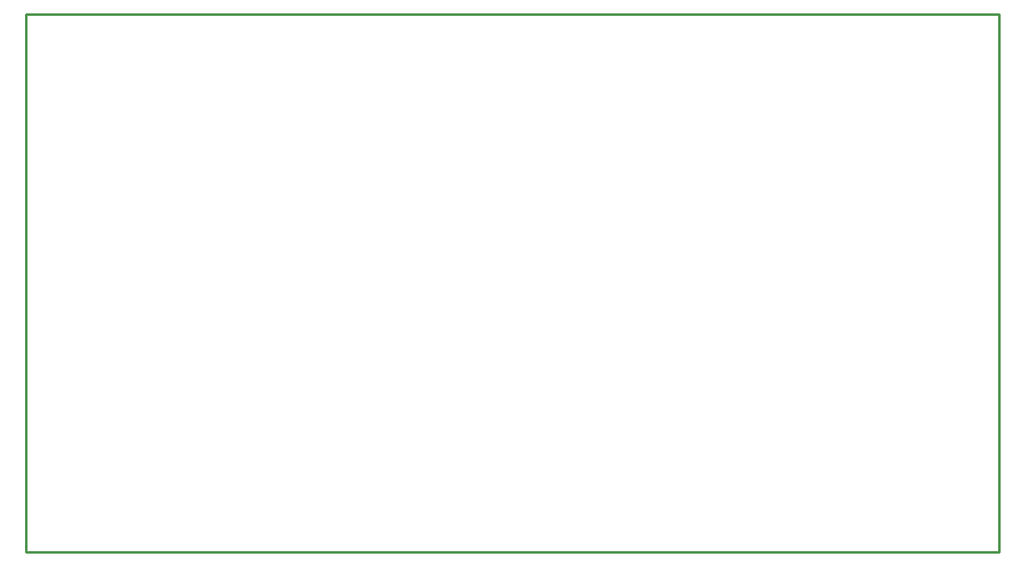
<source format=gbr>
G04 EAGLE Gerber RS-274X export*
G75*
%MOMM*%
%FSLAX34Y34*%
%LPD*%
%IN*%
%IPPOS*%
%AMOC8*
5,1,8,0,0,1.08239X$1,22.5*%
G01*
%ADD10C,0.254000*%


D10*
X0Y0D02*
X987300Y0D01*
X987300Y546000D01*
X0Y546000D01*
X0Y0D01*
M02*

</source>
